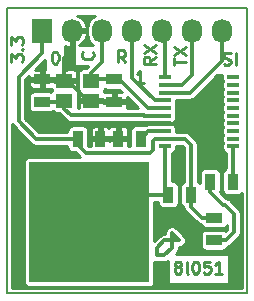
<source format=gtl>
G04 #@! TF.FileFunction,Copper,L1,Top,Signal*
%FSLAX46Y46*%
G04 Gerber Fmt 4.6, Leading zero omitted, Abs format (unit mm)*
G04 Created by KiCad (PCBNEW 4.0.7-e0-6372~58~ubuntu16.04.1) date Tue Sep 12 01:36:35 2017*
%MOMM*%
%LPD*%
G01*
G04 APERTURE LIST*
%ADD10C,0.100000*%
%ADD11C,0.254000*%
%ADD12C,0.150000*%
%ADD13R,1.397000X0.889000*%
%ADD14R,0.889000X1.397000*%
%ADD15R,1.397000X1.193800*%
%ADD16R,10.160000X10.160000*%
%ADD17R,1.727200X2.032000*%
%ADD18O,1.727200X2.032000*%
%ADD19R,1.000000X0.325000*%
%ADD20C,0.304800*%
G04 APERTURE END LIST*
D10*
D11*
X44953619Y-18064095D02*
X44953619Y-17483524D01*
X45969619Y-17773809D02*
X44953619Y-17773809D01*
X44953619Y-17241619D02*
X45969619Y-16564286D01*
X44953619Y-16564286D02*
X45969619Y-17241619D01*
X43399619Y-17349333D02*
X42915810Y-17687999D01*
X43399619Y-17929904D02*
X42383619Y-17929904D01*
X42383619Y-17542857D01*
X42432000Y-17446095D01*
X42480381Y-17397714D01*
X42577143Y-17349333D01*
X42722286Y-17349333D01*
X42819048Y-17397714D01*
X42867429Y-17446095D01*
X42915810Y-17542857D01*
X42915810Y-17929904D01*
X42383619Y-17010666D02*
X43399619Y-16333333D01*
X42383619Y-16333333D02*
X43399619Y-17010666D01*
X40824476Y-17839619D02*
X40485810Y-17355810D01*
X40243905Y-17839619D02*
X40243905Y-16823619D01*
X40630952Y-16823619D01*
X40727714Y-16872000D01*
X40776095Y-16920381D01*
X40824476Y-17017143D01*
X40824476Y-17162286D01*
X40776095Y-17259048D01*
X40727714Y-17307429D01*
X40630952Y-17355810D01*
X40243905Y-17355810D01*
X38052857Y-16955524D02*
X38101238Y-17003905D01*
X38149619Y-17149048D01*
X38149619Y-17245810D01*
X38101238Y-17390952D01*
X38004476Y-17487714D01*
X37907714Y-17536095D01*
X37714190Y-17584476D01*
X37569048Y-17584476D01*
X37375524Y-17536095D01*
X37278762Y-17487714D01*
X37182000Y-17390952D01*
X37133619Y-17245810D01*
X37133619Y-17149048D01*
X37182000Y-17003905D01*
X37230381Y-16955524D01*
D12*
X51120000Y-37355000D02*
X51120000Y-13225000D01*
X30800000Y-37355000D02*
X51120000Y-37355000D01*
X30800000Y-13225000D02*
X30800000Y-37355000D01*
X51120000Y-13225000D02*
X30800000Y-13225000D01*
D11*
X49147810Y-17981238D02*
X49292953Y-18029619D01*
X49534857Y-18029619D01*
X49631619Y-17981238D01*
X49680000Y-17932857D01*
X49728381Y-17836095D01*
X49728381Y-17739333D01*
X49680000Y-17642571D01*
X49631619Y-17594190D01*
X49534857Y-17545810D01*
X49341334Y-17497429D01*
X49244572Y-17449048D01*
X49196191Y-17400667D01*
X49147810Y-17303905D01*
X49147810Y-17207143D01*
X49196191Y-17110381D01*
X49244572Y-17062000D01*
X49341334Y-17013619D01*
X49583238Y-17013619D01*
X49728381Y-17062000D01*
X50163810Y-18029619D02*
X50163810Y-17013619D01*
X34831620Y-16913619D02*
X34928381Y-16913619D01*
X35025143Y-16962000D01*
X35073524Y-17010381D01*
X35121905Y-17107143D01*
X35170286Y-17300667D01*
X35170286Y-17542571D01*
X35121905Y-17736095D01*
X35073524Y-17832857D01*
X35025143Y-17881238D01*
X34928381Y-17929619D01*
X34831620Y-17929619D01*
X34734858Y-17881238D01*
X34686477Y-17832857D01*
X34638096Y-17736095D01*
X34589715Y-17542571D01*
X34589715Y-17300667D01*
X34638096Y-17107143D01*
X34686477Y-17010381D01*
X34734858Y-16962000D01*
X34831620Y-16913619D01*
X31143619Y-17774381D02*
X31143619Y-17145429D01*
X31530667Y-17484095D01*
X31530667Y-17338953D01*
X31579048Y-17242191D01*
X31627429Y-17193810D01*
X31724190Y-17145429D01*
X31966095Y-17145429D01*
X32062857Y-17193810D01*
X32111238Y-17242191D01*
X32159619Y-17338953D01*
X32159619Y-17629238D01*
X32111238Y-17726000D01*
X32062857Y-17774381D01*
X32062857Y-16710000D02*
X32111238Y-16661619D01*
X32159619Y-16710000D01*
X32111238Y-16758381D01*
X32062857Y-16710000D01*
X32159619Y-16710000D01*
X31143619Y-16322952D02*
X31143619Y-15694000D01*
X31530667Y-16032666D01*
X31530667Y-15887524D01*
X31579048Y-15790762D01*
X31627429Y-15742381D01*
X31724190Y-15694000D01*
X31966095Y-15694000D01*
X32062857Y-15742381D01*
X32111238Y-15790762D01*
X32159619Y-15887524D01*
X32159619Y-16177809D01*
X32111238Y-16274571D01*
X32062857Y-16322952D01*
X45185715Y-35129048D02*
X45088953Y-35080667D01*
X45040572Y-35032286D01*
X44992191Y-34935524D01*
X44992191Y-34887143D01*
X45040572Y-34790381D01*
X45088953Y-34742000D01*
X45185715Y-34693619D01*
X45379238Y-34693619D01*
X45476000Y-34742000D01*
X45524381Y-34790381D01*
X45572762Y-34887143D01*
X45572762Y-34935524D01*
X45524381Y-35032286D01*
X45476000Y-35080667D01*
X45379238Y-35129048D01*
X45185715Y-35129048D01*
X45088953Y-35177429D01*
X45040572Y-35225810D01*
X44992191Y-35322571D01*
X44992191Y-35516095D01*
X45040572Y-35612857D01*
X45088953Y-35661238D01*
X45185715Y-35709619D01*
X45379238Y-35709619D01*
X45476000Y-35661238D01*
X45524381Y-35612857D01*
X45572762Y-35516095D01*
X45572762Y-35322571D01*
X45524381Y-35225810D01*
X45476000Y-35177429D01*
X45379238Y-35129048D01*
X46153334Y-35709619D02*
X46056572Y-35661238D01*
X46008191Y-35564476D01*
X46008191Y-34693619D01*
X46733905Y-34693619D02*
X46830666Y-34693619D01*
X46927428Y-34742000D01*
X46975809Y-34790381D01*
X47024190Y-34887143D01*
X47072571Y-35080667D01*
X47072571Y-35322571D01*
X47024190Y-35516095D01*
X46975809Y-35612857D01*
X46927428Y-35661238D01*
X46830666Y-35709619D01*
X46733905Y-35709619D01*
X46637143Y-35661238D01*
X46588762Y-35612857D01*
X46540381Y-35516095D01*
X46492000Y-35322571D01*
X46492000Y-35080667D01*
X46540381Y-34887143D01*
X46588762Y-34790381D01*
X46637143Y-34742000D01*
X46733905Y-34693619D01*
X47991809Y-34693619D02*
X47508000Y-34693619D01*
X47459619Y-35177429D01*
X47508000Y-35129048D01*
X47604762Y-35080667D01*
X47846666Y-35080667D01*
X47943428Y-35129048D01*
X47991809Y-35177429D01*
X48040190Y-35274190D01*
X48040190Y-35516095D01*
X47991809Y-35612857D01*
X47943428Y-35661238D01*
X47846666Y-35709619D01*
X47604762Y-35709619D01*
X47508000Y-35661238D01*
X47459619Y-35612857D01*
X49007809Y-35709619D02*
X48427238Y-35709619D01*
X48717524Y-35709619D02*
X48717524Y-34693619D01*
X48620762Y-34838762D01*
X48524000Y-34935524D01*
X48427238Y-34983905D01*
X42380286Y-19549619D02*
X41799715Y-19549619D01*
X42090001Y-19549619D02*
X42090001Y-18533619D01*
X41993239Y-18678762D01*
X41896477Y-18775524D01*
X41799715Y-18823905D01*
D13*
X33770000Y-21172500D03*
X33770000Y-19267500D03*
X39900000Y-19257500D03*
X39900000Y-21162500D03*
D14*
X40227500Y-24280000D03*
X42132500Y-24280000D03*
X38712500Y-24310000D03*
X36807500Y-24310000D03*
D13*
X48360000Y-32882500D03*
X48360000Y-30977500D03*
D14*
X48007500Y-27920000D03*
X49912500Y-27920000D03*
X44467500Y-29030000D03*
X46372500Y-29030000D03*
D15*
X35670000Y-19370000D03*
X35670000Y-21071800D03*
X37956000Y-21071800D03*
X37956000Y-19370000D03*
D16*
X37760000Y-31330000D03*
D17*
X33770000Y-15170000D03*
D18*
X36310000Y-15170000D03*
X38850000Y-15170000D03*
X41390000Y-15170000D03*
X43930000Y-15170000D03*
X46470000Y-15170000D03*
X49010000Y-15170000D03*
D19*
X44170000Y-19105000D03*
X44170000Y-19755000D03*
X44170000Y-20405000D03*
X44170000Y-21055000D03*
X44170000Y-21705000D03*
X44170000Y-22355000D03*
X44170000Y-23005000D03*
X44170000Y-23655000D03*
X44170000Y-24305000D03*
X44170000Y-24955000D03*
X49970000Y-24955000D03*
X49970000Y-24305000D03*
X49970000Y-23655000D03*
X49970000Y-23005000D03*
X49970000Y-22355000D03*
X49970000Y-21705000D03*
X49970000Y-21055000D03*
X49970000Y-20405000D03*
X49970000Y-19755000D03*
X49970000Y-19105000D03*
D20*
X43500000Y-34180000D02*
X43500000Y-33545000D01*
X44135000Y-34180000D02*
X43500000Y-34180000D01*
X44770000Y-33545000D02*
X44135000Y-34180000D01*
X44770000Y-32910000D02*
X44770000Y-33545000D01*
X44135000Y-32910000D02*
X44770000Y-32910000D01*
X43500000Y-33545000D02*
X44135000Y-32910000D01*
X44770000Y-32910000D02*
X44770000Y-32275000D01*
X44770000Y-32275000D02*
X45405000Y-32910000D01*
X45405000Y-32910000D02*
X44770000Y-32910000D01*
X35670000Y-21071800D02*
X35670000Y-21760000D01*
X42419602Y-22355000D02*
X44170000Y-22355000D01*
X42384602Y-22320000D02*
X42419602Y-22355000D01*
X36230000Y-22320000D02*
X42384602Y-22320000D01*
X35670000Y-21760000D02*
X36230000Y-22320000D01*
X33770000Y-21172500D02*
X35569300Y-21172500D01*
X35569300Y-21172500D02*
X35670000Y-21071800D01*
X33770000Y-19267500D02*
X32922500Y-19267500D01*
X33255000Y-23005000D02*
X32930000Y-22680000D01*
X33255000Y-23005000D02*
X39140000Y-23005000D01*
X32460000Y-22210000D02*
X32930000Y-22680000D01*
X32460000Y-19730000D02*
X32460000Y-22210000D01*
X32922500Y-19267500D02*
X32460000Y-19730000D01*
X35670000Y-19370000D02*
X35670000Y-17440000D01*
X36310000Y-16800000D02*
X36310000Y-15170000D01*
X35670000Y-17440000D02*
X36310000Y-16800000D01*
X33770000Y-19267500D02*
X35567500Y-19267500D01*
X35567500Y-19267500D02*
X35670000Y-19370000D01*
X35670000Y-19370000D02*
X35940000Y-19370000D01*
X35940000Y-19370000D02*
X37641800Y-21071800D01*
X37641800Y-21071800D02*
X37956000Y-21071800D01*
X37956000Y-21071800D02*
X39809300Y-21071800D01*
X39809300Y-21071800D02*
X39900000Y-21162500D01*
X40272500Y-23005000D02*
X39140000Y-23005000D01*
X40415000Y-23005000D02*
X40272500Y-23005000D01*
X39140000Y-23005000D02*
X38985000Y-23005000D01*
X38985000Y-23005000D02*
X38712500Y-23277500D01*
X38712500Y-23277500D02*
X38712500Y-24310000D01*
X44170000Y-23005000D02*
X40415000Y-23005000D01*
X40227500Y-23192500D02*
X40227500Y-24280000D01*
X40415000Y-23005000D02*
X40227500Y-23192500D01*
X44170000Y-21705000D02*
X42715000Y-21705000D01*
X42715000Y-21705000D02*
X40267500Y-19257500D01*
X37956000Y-19370000D02*
X37956000Y-18694000D01*
X38850000Y-17800000D02*
X38850000Y-15170000D01*
X37956000Y-18694000D02*
X38850000Y-17800000D01*
X39900000Y-19257500D02*
X38068500Y-19257500D01*
X38068500Y-19257500D02*
X37956000Y-19370000D01*
X40267500Y-19257500D02*
X39900000Y-19257500D01*
X44170000Y-23655000D02*
X42757500Y-23655000D01*
X42757500Y-23655000D02*
X42132500Y-24280000D01*
X44170000Y-24305000D02*
X45885000Y-24305000D01*
X45885000Y-24305000D02*
X46372500Y-24792500D01*
X46372500Y-24792500D02*
X46372500Y-29030000D01*
X36807500Y-24827500D02*
X37500000Y-25520000D01*
X43305000Y-24305000D02*
X44170000Y-24305000D01*
X43140000Y-24470000D02*
X43305000Y-24305000D01*
X43140000Y-25260000D02*
X43140000Y-24470000D01*
X42880000Y-25520000D02*
X43140000Y-25260000D01*
X37500000Y-25520000D02*
X42880000Y-25520000D01*
X33770000Y-15170000D02*
X33770000Y-17050000D01*
X33260000Y-24310000D02*
X36807500Y-24310000D01*
X31780000Y-22830000D02*
X33260000Y-24310000D01*
X31780000Y-19040000D02*
X31780000Y-22830000D01*
X33770000Y-17050000D02*
X31780000Y-19040000D01*
X46372500Y-29030000D02*
X46372500Y-30072500D01*
X46372500Y-30072500D02*
X47277500Y-30977500D01*
X47277500Y-30977500D02*
X48360000Y-30977500D01*
X36807500Y-24310000D02*
X36807500Y-24827500D01*
X48007500Y-27920000D02*
X48007500Y-28827500D01*
X49337500Y-32882500D02*
X48360000Y-32882500D01*
X50030000Y-32190000D02*
X49337500Y-32882500D01*
X50030000Y-30630000D02*
X50030000Y-32190000D01*
X49300000Y-29900000D02*
X50030000Y-30630000D01*
X49080000Y-29900000D02*
X49300000Y-29900000D01*
X48007500Y-28827500D02*
X49080000Y-29900000D01*
X44170000Y-21055000D02*
X43305000Y-21055000D01*
X41390000Y-19140000D02*
X41390000Y-15170000D01*
X43305000Y-21055000D02*
X41390000Y-19140000D01*
X44170000Y-19105000D02*
X44170000Y-15410000D01*
X44170000Y-15410000D02*
X43930000Y-15170000D01*
X43830000Y-15270000D02*
X43930000Y-15170000D01*
X44170000Y-19755000D02*
X45615000Y-19755000D01*
X46470000Y-18900000D02*
X46470000Y-15170000D01*
X45615000Y-19755000D02*
X46470000Y-18900000D01*
X49912500Y-27920000D02*
X49912500Y-25012500D01*
X49912500Y-25012500D02*
X49970000Y-24955000D01*
X44467500Y-29030000D02*
X40060000Y-29030000D01*
X40060000Y-29030000D02*
X37760000Y-31330000D01*
X44170000Y-24955000D02*
X44170000Y-28732500D01*
X44170000Y-28732500D02*
X44467500Y-29030000D01*
X44170000Y-20405000D02*
X46285000Y-20405000D01*
X46285000Y-20405000D02*
X49010000Y-17680000D01*
X49010000Y-17680000D02*
X49010000Y-15170000D01*
D11*
G36*
X37934014Y-14073250D02*
X37653206Y-14493508D01*
X37554600Y-14989236D01*
X37554600Y-15350764D01*
X37653206Y-15846492D01*
X37934014Y-16266750D01*
X38105001Y-16381000D01*
X36927395Y-16381000D01*
X37062867Y-16315419D01*
X37385570Y-15951720D01*
X37544527Y-15492213D01*
X37460643Y-15297000D01*
X36437000Y-15297000D01*
X36437000Y-16464712D01*
X36470800Y-16475388D01*
X36470800Y-18159000D01*
X37664816Y-18159000D01*
X37542908Y-18280908D01*
X37508208Y-18332841D01*
X37257500Y-18332841D01*
X37097485Y-18362950D01*
X36950520Y-18457519D01*
X36851927Y-18601815D01*
X36817241Y-18773100D01*
X36817241Y-19966900D01*
X36847350Y-20126915D01*
X36933679Y-20261074D01*
X36876500Y-20399115D01*
X36876500Y-20849550D01*
X36971750Y-20944800D01*
X37829000Y-20944800D01*
X37829000Y-20924800D01*
X38083000Y-20924800D01*
X38083000Y-20944800D01*
X38825050Y-20944800D01*
X38915750Y-21035500D01*
X39773000Y-21035500D01*
X39773000Y-20432250D01*
X39677750Y-20337000D01*
X39125715Y-20337000D01*
X39026751Y-20377992D01*
X38977496Y-20259081D01*
X38977480Y-20259065D01*
X39060073Y-20138185D01*
X39064852Y-20114587D01*
X39201500Y-20142259D01*
X40326075Y-20142259D01*
X40520816Y-20337000D01*
X40122250Y-20337000D01*
X40027000Y-20432250D01*
X40027000Y-21035500D01*
X40884250Y-21035500D01*
X40979500Y-20940250D01*
X40979500Y-20795684D01*
X41919616Y-21735800D01*
X40957541Y-21735800D01*
X40979500Y-21682786D01*
X40979500Y-21384750D01*
X40884250Y-21289500D01*
X40027000Y-21289500D01*
X40027000Y-21309500D01*
X39773000Y-21309500D01*
X39773000Y-21289500D01*
X39030950Y-21289500D01*
X38940250Y-21198800D01*
X38083000Y-21198800D01*
X38083000Y-21218800D01*
X37829000Y-21218800D01*
X37829000Y-21198800D01*
X36971750Y-21198800D01*
X36876500Y-21294050D01*
X36876500Y-21735800D01*
X36795171Y-21735800D01*
X36808759Y-21668700D01*
X36808759Y-20474900D01*
X36778650Y-20314885D01*
X36692321Y-20180726D01*
X36749500Y-20042685D01*
X36749500Y-19592250D01*
X36654250Y-19497000D01*
X35797000Y-19497000D01*
X35797000Y-19517000D01*
X35543000Y-19517000D01*
X35543000Y-19497000D01*
X34849500Y-19497000D01*
X34849500Y-19489750D01*
X34754250Y-19394500D01*
X33897000Y-19394500D01*
X33897000Y-19997750D01*
X33992250Y-20093000D01*
X34544285Y-20093000D01*
X34601521Y-20069292D01*
X34648504Y-20182719D01*
X34648520Y-20182735D01*
X34565927Y-20303615D01*
X34565177Y-20307319D01*
X34468500Y-20287741D01*
X33071500Y-20287741D01*
X32911485Y-20317850D01*
X32764520Y-20412419D01*
X32665927Y-20556715D01*
X32631241Y-20728000D01*
X32631241Y-21617000D01*
X32661350Y-21777015D01*
X32755919Y-21923980D01*
X32900215Y-22022573D01*
X33071500Y-22057259D01*
X34468500Y-22057259D01*
X34628515Y-22027150D01*
X34681422Y-21993105D01*
X34800215Y-22074273D01*
X34971500Y-22108959D01*
X35214056Y-22108959D01*
X35229075Y-22131437D01*
X35256908Y-22173092D01*
X35816906Y-22733089D01*
X35816908Y-22733092D01*
X35943547Y-22817709D01*
X36006437Y-22859731D01*
X36230000Y-22904201D01*
X36230005Y-22904200D01*
X42243647Y-22904200D01*
X42419602Y-22939200D01*
X43578353Y-22939200D01*
X43670000Y-22957759D01*
X44670000Y-22957759D01*
X44830015Y-22927650D01*
X44836076Y-22923750D01*
X44955750Y-22923750D01*
X45051000Y-22828500D01*
X45051000Y-22766715D01*
X45040178Y-22740588D01*
X45075573Y-22688785D01*
X45110259Y-22517500D01*
X45110259Y-22192500D01*
X45080150Y-22032485D01*
X45077639Y-22028583D01*
X45110259Y-21867500D01*
X45110259Y-21542500D01*
X45080150Y-21382485D01*
X45077639Y-21378583D01*
X45110259Y-21217500D01*
X45110259Y-20989200D01*
X46285000Y-20989200D01*
X46508564Y-20944730D01*
X46698092Y-20818092D01*
X48625384Y-18890800D01*
X49040210Y-18890800D01*
X49029741Y-18942500D01*
X49029741Y-19267500D01*
X49059850Y-19427515D01*
X49062361Y-19431417D01*
X49029741Y-19592500D01*
X49029741Y-19917500D01*
X49059850Y-20077515D01*
X49062361Y-20081417D01*
X49029741Y-20242500D01*
X49029741Y-20567500D01*
X49059850Y-20727515D01*
X49062361Y-20731417D01*
X49029741Y-20892500D01*
X49029741Y-21217500D01*
X49059850Y-21377515D01*
X49062361Y-21381417D01*
X49029741Y-21542500D01*
X49029741Y-21867500D01*
X49059850Y-22027515D01*
X49062361Y-22031417D01*
X49029741Y-22192500D01*
X49029741Y-22517500D01*
X49059850Y-22677515D01*
X49062361Y-22681417D01*
X49029741Y-22842500D01*
X49029741Y-23167500D01*
X49059850Y-23327515D01*
X49062361Y-23331417D01*
X49029741Y-23492500D01*
X49029741Y-23817500D01*
X49059850Y-23977515D01*
X49062361Y-23981417D01*
X49029741Y-24142500D01*
X49029741Y-24467500D01*
X49059850Y-24627515D01*
X49062361Y-24631417D01*
X49029741Y-24792500D01*
X49029741Y-25117500D01*
X49059850Y-25277515D01*
X49154419Y-25424480D01*
X49298715Y-25523073D01*
X49328300Y-25529064D01*
X49328300Y-26807527D01*
X49307985Y-26811350D01*
X49161020Y-26905919D01*
X49062427Y-27050215D01*
X49027741Y-27221500D01*
X49027741Y-28618500D01*
X49057850Y-28778515D01*
X49152419Y-28925480D01*
X49296715Y-29024073D01*
X49468000Y-29058759D01*
X50357000Y-29058759D01*
X50517015Y-29028650D01*
X50663980Y-28934081D01*
X50664000Y-28934052D01*
X50664000Y-36899000D01*
X31256000Y-36899000D01*
X31256000Y-23077106D01*
X31318899Y-23171241D01*
X31366908Y-23243092D01*
X32846908Y-24723092D01*
X33036436Y-24849730D01*
X33260000Y-24894200D01*
X35922741Y-24894200D01*
X35922741Y-25008500D01*
X35952850Y-25168515D01*
X36047419Y-25315480D01*
X36191715Y-25414073D01*
X36363000Y-25448759D01*
X36602575Y-25448759D01*
X36963557Y-25809741D01*
X32680000Y-25809741D01*
X32519985Y-25839850D01*
X32373020Y-25934419D01*
X32274427Y-26078715D01*
X32239741Y-26250000D01*
X32239741Y-36410000D01*
X32269850Y-36570015D01*
X32364419Y-36716980D01*
X32508715Y-36815573D01*
X32680000Y-36850259D01*
X42840000Y-36850259D01*
X43000015Y-36820150D01*
X43146980Y-36725581D01*
X43245573Y-36581285D01*
X43280259Y-36410000D01*
X43280259Y-34720490D01*
X43500000Y-34764200D01*
X44135000Y-34764200D01*
X44358564Y-34719730D01*
X44417667Y-34680239D01*
X44417667Y-36570800D01*
X49582333Y-36570800D01*
X49582333Y-34030800D01*
X45110384Y-34030800D01*
X45183092Y-33958092D01*
X45309731Y-33768563D01*
X45354201Y-33545000D01*
X45354200Y-33544995D01*
X45354200Y-33494200D01*
X45404995Y-33494200D01*
X45405000Y-33494201D01*
X45628563Y-33449731D01*
X45818092Y-33323092D01*
X45944731Y-33133563D01*
X45989201Y-32910000D01*
X45944731Y-32686437D01*
X45818092Y-32496908D01*
X45183092Y-31861908D01*
X45131706Y-31827573D01*
X44993564Y-31735270D01*
X44770000Y-31690800D01*
X44546436Y-31735270D01*
X44356908Y-31861908D01*
X44230270Y-32051436D01*
X44185800Y-32275000D01*
X44185800Y-32325800D01*
X44135005Y-32325800D01*
X44135000Y-32325799D01*
X43911437Y-32370269D01*
X43721908Y-32496908D01*
X43280259Y-32938557D01*
X43280259Y-29614200D01*
X43582741Y-29614200D01*
X43582741Y-29728500D01*
X43612850Y-29888515D01*
X43707419Y-30035480D01*
X43851715Y-30134073D01*
X44023000Y-30168759D01*
X44912000Y-30168759D01*
X45072015Y-30138650D01*
X45218980Y-30044081D01*
X45317573Y-29899785D01*
X45352259Y-29728500D01*
X45352259Y-28331500D01*
X45322150Y-28171485D01*
X45227581Y-28024520D01*
X45083285Y-27925927D01*
X44912000Y-27891241D01*
X44754200Y-27891241D01*
X44754200Y-25541916D01*
X44830015Y-25527650D01*
X44976980Y-25433081D01*
X45075573Y-25288785D01*
X45110259Y-25117500D01*
X45110259Y-24889200D01*
X45643016Y-24889200D01*
X45788300Y-25034484D01*
X45788300Y-27917527D01*
X45767985Y-27921350D01*
X45621020Y-28015919D01*
X45522427Y-28160215D01*
X45487741Y-28331500D01*
X45487741Y-29728500D01*
X45517850Y-29888515D01*
X45612419Y-30035480D01*
X45756715Y-30134073D01*
X45802387Y-30143322D01*
X45832770Y-30296064D01*
X45884167Y-30372985D01*
X45959408Y-30485592D01*
X46864408Y-31390592D01*
X47053936Y-31517230D01*
X47246362Y-31555506D01*
X47251350Y-31582015D01*
X47345919Y-31728980D01*
X47490215Y-31827573D01*
X47661500Y-31862259D01*
X49058500Y-31862259D01*
X49218515Y-31832150D01*
X49365480Y-31737581D01*
X49445800Y-31620028D01*
X49445800Y-31948016D01*
X49307969Y-32085847D01*
X49229785Y-32032427D01*
X49058500Y-31997741D01*
X47661500Y-31997741D01*
X47501485Y-32027850D01*
X47354520Y-32122419D01*
X47255927Y-32266715D01*
X47221241Y-32438000D01*
X47221241Y-33327000D01*
X47251350Y-33487015D01*
X47345919Y-33633980D01*
X47490215Y-33732573D01*
X47661500Y-33767259D01*
X49058500Y-33767259D01*
X49218515Y-33737150D01*
X49365480Y-33642581D01*
X49464073Y-33498285D01*
X49476050Y-33439140D01*
X49561064Y-33422230D01*
X49750592Y-33295592D01*
X50443092Y-32603092D01*
X50569730Y-32413564D01*
X50614200Y-32190000D01*
X50614200Y-30630000D01*
X50569730Y-30406436D01*
X50443092Y-30216908D01*
X49713092Y-29486908D01*
X49647516Y-29443092D01*
X49523564Y-29360270D01*
X49327443Y-29321259D01*
X48832567Y-28826383D01*
X48857573Y-28789785D01*
X48892259Y-28618500D01*
X48892259Y-27221500D01*
X48862150Y-27061485D01*
X48767581Y-26914520D01*
X48623285Y-26815927D01*
X48452000Y-26781241D01*
X47563000Y-26781241D01*
X47402985Y-26811350D01*
X47256020Y-26905919D01*
X47157427Y-27050215D01*
X47122741Y-27221500D01*
X47122741Y-28017797D01*
X46988285Y-27925927D01*
X46956700Y-27919531D01*
X46956700Y-24792500D01*
X46912230Y-24568936D01*
X46785592Y-24379408D01*
X46298092Y-23891908D01*
X46278120Y-23878563D01*
X46108564Y-23765270D01*
X45885000Y-23720800D01*
X45110259Y-23720800D01*
X45110259Y-23492500D01*
X45080150Y-23332485D01*
X45039937Y-23269993D01*
X45051000Y-23243285D01*
X45051000Y-23181500D01*
X44955750Y-23086250D01*
X44837942Y-23086250D01*
X44670000Y-23052241D01*
X43670000Y-23052241D01*
X43571368Y-23070800D01*
X42757500Y-23070800D01*
X42533936Y-23115270D01*
X42495067Y-23141241D01*
X41688000Y-23141241D01*
X41527985Y-23171350D01*
X41381020Y-23265919D01*
X41282427Y-23410215D01*
X41247741Y-23581500D01*
X41247741Y-24935800D01*
X41053000Y-24935800D01*
X41053000Y-24502250D01*
X40957750Y-24407000D01*
X40354500Y-24407000D01*
X40354500Y-24427000D01*
X40100500Y-24427000D01*
X40100500Y-24407000D01*
X39497250Y-24407000D01*
X39455000Y-24449250D01*
X39442750Y-24437000D01*
X38839500Y-24437000D01*
X38839500Y-24457000D01*
X38585500Y-24457000D01*
X38585500Y-24437000D01*
X37982250Y-24437000D01*
X37887000Y-24532250D01*
X37887000Y-24935800D01*
X37741984Y-24935800D01*
X37692259Y-24886075D01*
X37692259Y-23611500D01*
X37678000Y-23535715D01*
X37887000Y-23535715D01*
X37887000Y-24087750D01*
X37982250Y-24183000D01*
X38585500Y-24183000D01*
X38585500Y-23325750D01*
X38839500Y-23325750D01*
X38839500Y-24183000D01*
X39442750Y-24183000D01*
X39485000Y-24140750D01*
X39497250Y-24153000D01*
X40100500Y-24153000D01*
X40100500Y-23295750D01*
X40354500Y-23295750D01*
X40354500Y-24153000D01*
X40957750Y-24153000D01*
X41053000Y-24057750D01*
X41053000Y-23505715D01*
X40994996Y-23365681D01*
X40887820Y-23258504D01*
X40747786Y-23200500D01*
X40449750Y-23200500D01*
X40354500Y-23295750D01*
X40100500Y-23295750D01*
X40005250Y-23200500D01*
X39707214Y-23200500D01*
X39567180Y-23258504D01*
X39460004Y-23365681D01*
X39457073Y-23372758D01*
X39372820Y-23288504D01*
X39232786Y-23230500D01*
X38934750Y-23230500D01*
X38839500Y-23325750D01*
X38585500Y-23325750D01*
X38490250Y-23230500D01*
X38192214Y-23230500D01*
X38052180Y-23288504D01*
X37945004Y-23395681D01*
X37887000Y-23535715D01*
X37678000Y-23535715D01*
X37662150Y-23451485D01*
X37567581Y-23304520D01*
X37423285Y-23205927D01*
X37252000Y-23171241D01*
X36363000Y-23171241D01*
X36202985Y-23201350D01*
X36056020Y-23295919D01*
X35957427Y-23440215D01*
X35922741Y-23611500D01*
X35922741Y-23725800D01*
X33501984Y-23725800D01*
X32364200Y-22588016D01*
X32364200Y-19489750D01*
X32690500Y-19489750D01*
X32690500Y-19787786D01*
X32748504Y-19927820D01*
X32855681Y-20034996D01*
X32995715Y-20093000D01*
X33547750Y-20093000D01*
X33643000Y-19997750D01*
X33643000Y-19394500D01*
X32785750Y-19394500D01*
X32690500Y-19489750D01*
X32364200Y-19489750D01*
X32364200Y-19281984D01*
X32690500Y-18955684D01*
X32690500Y-19045250D01*
X32785750Y-19140500D01*
X33643000Y-19140500D01*
X33643000Y-18537250D01*
X33547750Y-18442000D01*
X33204184Y-18442000D01*
X34015191Y-17630993D01*
X34015191Y-18442000D01*
X33992250Y-18442000D01*
X33897000Y-18537250D01*
X33897000Y-19140500D01*
X34590500Y-19140500D01*
X34590500Y-19147750D01*
X34685750Y-19243000D01*
X35543000Y-19243000D01*
X35543000Y-19223000D01*
X35797000Y-19223000D01*
X35797000Y-19243000D01*
X36654250Y-19243000D01*
X36749500Y-19147750D01*
X36749500Y-18697315D01*
X36691496Y-18557281D01*
X36584320Y-18450104D01*
X36444286Y-18392100D01*
X35892250Y-18392100D01*
X35797002Y-18487348D01*
X35797002Y-18392100D01*
X35744810Y-18392100D01*
X35744810Y-16406272D01*
X35990882Y-16525393D01*
X36183000Y-16464712D01*
X36183000Y-15297000D01*
X36163000Y-15297000D01*
X36163000Y-15043000D01*
X36183000Y-15043000D01*
X36183000Y-15023000D01*
X36437000Y-15023000D01*
X36437000Y-15043000D01*
X37460643Y-15043000D01*
X37544527Y-14847787D01*
X37385570Y-14388280D01*
X37062867Y-14024581D01*
X36758005Y-13877000D01*
X38227722Y-13877000D01*
X37934014Y-14073250D01*
X37934014Y-14073250D01*
G37*
X37934014Y-14073250D02*
X37653206Y-14493508D01*
X37554600Y-14989236D01*
X37554600Y-15350764D01*
X37653206Y-15846492D01*
X37934014Y-16266750D01*
X38105001Y-16381000D01*
X36927395Y-16381000D01*
X37062867Y-16315419D01*
X37385570Y-15951720D01*
X37544527Y-15492213D01*
X37460643Y-15297000D01*
X36437000Y-15297000D01*
X36437000Y-16464712D01*
X36470800Y-16475388D01*
X36470800Y-18159000D01*
X37664816Y-18159000D01*
X37542908Y-18280908D01*
X37508208Y-18332841D01*
X37257500Y-18332841D01*
X37097485Y-18362950D01*
X36950520Y-18457519D01*
X36851927Y-18601815D01*
X36817241Y-18773100D01*
X36817241Y-19966900D01*
X36847350Y-20126915D01*
X36933679Y-20261074D01*
X36876500Y-20399115D01*
X36876500Y-20849550D01*
X36971750Y-20944800D01*
X37829000Y-20944800D01*
X37829000Y-20924800D01*
X38083000Y-20924800D01*
X38083000Y-20944800D01*
X38825050Y-20944800D01*
X38915750Y-21035500D01*
X39773000Y-21035500D01*
X39773000Y-20432250D01*
X39677750Y-20337000D01*
X39125715Y-20337000D01*
X39026751Y-20377992D01*
X38977496Y-20259081D01*
X38977480Y-20259065D01*
X39060073Y-20138185D01*
X39064852Y-20114587D01*
X39201500Y-20142259D01*
X40326075Y-20142259D01*
X40520816Y-20337000D01*
X40122250Y-20337000D01*
X40027000Y-20432250D01*
X40027000Y-21035500D01*
X40884250Y-21035500D01*
X40979500Y-20940250D01*
X40979500Y-20795684D01*
X41919616Y-21735800D01*
X40957541Y-21735800D01*
X40979500Y-21682786D01*
X40979500Y-21384750D01*
X40884250Y-21289500D01*
X40027000Y-21289500D01*
X40027000Y-21309500D01*
X39773000Y-21309500D01*
X39773000Y-21289500D01*
X39030950Y-21289500D01*
X38940250Y-21198800D01*
X38083000Y-21198800D01*
X38083000Y-21218800D01*
X37829000Y-21218800D01*
X37829000Y-21198800D01*
X36971750Y-21198800D01*
X36876500Y-21294050D01*
X36876500Y-21735800D01*
X36795171Y-21735800D01*
X36808759Y-21668700D01*
X36808759Y-20474900D01*
X36778650Y-20314885D01*
X36692321Y-20180726D01*
X36749500Y-20042685D01*
X36749500Y-19592250D01*
X36654250Y-19497000D01*
X35797000Y-19497000D01*
X35797000Y-19517000D01*
X35543000Y-19517000D01*
X35543000Y-19497000D01*
X34849500Y-19497000D01*
X34849500Y-19489750D01*
X34754250Y-19394500D01*
X33897000Y-19394500D01*
X33897000Y-19997750D01*
X33992250Y-20093000D01*
X34544285Y-20093000D01*
X34601521Y-20069292D01*
X34648504Y-20182719D01*
X34648520Y-20182735D01*
X34565927Y-20303615D01*
X34565177Y-20307319D01*
X34468500Y-20287741D01*
X33071500Y-20287741D01*
X32911485Y-20317850D01*
X32764520Y-20412419D01*
X32665927Y-20556715D01*
X32631241Y-20728000D01*
X32631241Y-21617000D01*
X32661350Y-21777015D01*
X32755919Y-21923980D01*
X32900215Y-22022573D01*
X33071500Y-22057259D01*
X34468500Y-22057259D01*
X34628515Y-22027150D01*
X34681422Y-21993105D01*
X34800215Y-22074273D01*
X34971500Y-22108959D01*
X35214056Y-22108959D01*
X35229075Y-22131437D01*
X35256908Y-22173092D01*
X35816906Y-22733089D01*
X35816908Y-22733092D01*
X35943547Y-22817709D01*
X36006437Y-22859731D01*
X36230000Y-22904201D01*
X36230005Y-22904200D01*
X42243647Y-22904200D01*
X42419602Y-22939200D01*
X43578353Y-22939200D01*
X43670000Y-22957759D01*
X44670000Y-22957759D01*
X44830015Y-22927650D01*
X44836076Y-22923750D01*
X44955750Y-22923750D01*
X45051000Y-22828500D01*
X45051000Y-22766715D01*
X45040178Y-22740588D01*
X45075573Y-22688785D01*
X45110259Y-22517500D01*
X45110259Y-22192500D01*
X45080150Y-22032485D01*
X45077639Y-22028583D01*
X45110259Y-21867500D01*
X45110259Y-21542500D01*
X45080150Y-21382485D01*
X45077639Y-21378583D01*
X45110259Y-21217500D01*
X45110259Y-20989200D01*
X46285000Y-20989200D01*
X46508564Y-20944730D01*
X46698092Y-20818092D01*
X48625384Y-18890800D01*
X49040210Y-18890800D01*
X49029741Y-18942500D01*
X49029741Y-19267500D01*
X49059850Y-19427515D01*
X49062361Y-19431417D01*
X49029741Y-19592500D01*
X49029741Y-19917500D01*
X49059850Y-20077515D01*
X49062361Y-20081417D01*
X49029741Y-20242500D01*
X49029741Y-20567500D01*
X49059850Y-20727515D01*
X49062361Y-20731417D01*
X49029741Y-20892500D01*
X49029741Y-21217500D01*
X49059850Y-21377515D01*
X49062361Y-21381417D01*
X49029741Y-21542500D01*
X49029741Y-21867500D01*
X49059850Y-22027515D01*
X49062361Y-22031417D01*
X49029741Y-22192500D01*
X49029741Y-22517500D01*
X49059850Y-22677515D01*
X49062361Y-22681417D01*
X49029741Y-22842500D01*
X49029741Y-23167500D01*
X49059850Y-23327515D01*
X49062361Y-23331417D01*
X49029741Y-23492500D01*
X49029741Y-23817500D01*
X49059850Y-23977515D01*
X49062361Y-23981417D01*
X49029741Y-24142500D01*
X49029741Y-24467500D01*
X49059850Y-24627515D01*
X49062361Y-24631417D01*
X49029741Y-24792500D01*
X49029741Y-25117500D01*
X49059850Y-25277515D01*
X49154419Y-25424480D01*
X49298715Y-25523073D01*
X49328300Y-25529064D01*
X49328300Y-26807527D01*
X49307985Y-26811350D01*
X49161020Y-26905919D01*
X49062427Y-27050215D01*
X49027741Y-27221500D01*
X49027741Y-28618500D01*
X49057850Y-28778515D01*
X49152419Y-28925480D01*
X49296715Y-29024073D01*
X49468000Y-29058759D01*
X50357000Y-29058759D01*
X50517015Y-29028650D01*
X50663980Y-28934081D01*
X50664000Y-28934052D01*
X50664000Y-36899000D01*
X31256000Y-36899000D01*
X31256000Y-23077106D01*
X31318899Y-23171241D01*
X31366908Y-23243092D01*
X32846908Y-24723092D01*
X33036436Y-24849730D01*
X33260000Y-24894200D01*
X35922741Y-24894200D01*
X35922741Y-25008500D01*
X35952850Y-25168515D01*
X36047419Y-25315480D01*
X36191715Y-25414073D01*
X36363000Y-25448759D01*
X36602575Y-25448759D01*
X36963557Y-25809741D01*
X32680000Y-25809741D01*
X32519985Y-25839850D01*
X32373020Y-25934419D01*
X32274427Y-26078715D01*
X32239741Y-26250000D01*
X32239741Y-36410000D01*
X32269850Y-36570015D01*
X32364419Y-36716980D01*
X32508715Y-36815573D01*
X32680000Y-36850259D01*
X42840000Y-36850259D01*
X43000015Y-36820150D01*
X43146980Y-36725581D01*
X43245573Y-36581285D01*
X43280259Y-36410000D01*
X43280259Y-34720490D01*
X43500000Y-34764200D01*
X44135000Y-34764200D01*
X44358564Y-34719730D01*
X44417667Y-34680239D01*
X44417667Y-36570800D01*
X49582333Y-36570800D01*
X49582333Y-34030800D01*
X45110384Y-34030800D01*
X45183092Y-33958092D01*
X45309731Y-33768563D01*
X45354201Y-33545000D01*
X45354200Y-33544995D01*
X45354200Y-33494200D01*
X45404995Y-33494200D01*
X45405000Y-33494201D01*
X45628563Y-33449731D01*
X45818092Y-33323092D01*
X45944731Y-33133563D01*
X45989201Y-32910000D01*
X45944731Y-32686437D01*
X45818092Y-32496908D01*
X45183092Y-31861908D01*
X45131706Y-31827573D01*
X44993564Y-31735270D01*
X44770000Y-31690800D01*
X44546436Y-31735270D01*
X44356908Y-31861908D01*
X44230270Y-32051436D01*
X44185800Y-32275000D01*
X44185800Y-32325800D01*
X44135005Y-32325800D01*
X44135000Y-32325799D01*
X43911437Y-32370269D01*
X43721908Y-32496908D01*
X43280259Y-32938557D01*
X43280259Y-29614200D01*
X43582741Y-29614200D01*
X43582741Y-29728500D01*
X43612850Y-29888515D01*
X43707419Y-30035480D01*
X43851715Y-30134073D01*
X44023000Y-30168759D01*
X44912000Y-30168759D01*
X45072015Y-30138650D01*
X45218980Y-30044081D01*
X45317573Y-29899785D01*
X45352259Y-29728500D01*
X45352259Y-28331500D01*
X45322150Y-28171485D01*
X45227581Y-28024520D01*
X45083285Y-27925927D01*
X44912000Y-27891241D01*
X44754200Y-27891241D01*
X44754200Y-25541916D01*
X44830015Y-25527650D01*
X44976980Y-25433081D01*
X45075573Y-25288785D01*
X45110259Y-25117500D01*
X45110259Y-24889200D01*
X45643016Y-24889200D01*
X45788300Y-25034484D01*
X45788300Y-27917527D01*
X45767985Y-27921350D01*
X45621020Y-28015919D01*
X45522427Y-28160215D01*
X45487741Y-28331500D01*
X45487741Y-29728500D01*
X45517850Y-29888515D01*
X45612419Y-30035480D01*
X45756715Y-30134073D01*
X45802387Y-30143322D01*
X45832770Y-30296064D01*
X45884167Y-30372985D01*
X45959408Y-30485592D01*
X46864408Y-31390592D01*
X47053936Y-31517230D01*
X47246362Y-31555506D01*
X47251350Y-31582015D01*
X47345919Y-31728980D01*
X47490215Y-31827573D01*
X47661500Y-31862259D01*
X49058500Y-31862259D01*
X49218515Y-31832150D01*
X49365480Y-31737581D01*
X49445800Y-31620028D01*
X49445800Y-31948016D01*
X49307969Y-32085847D01*
X49229785Y-32032427D01*
X49058500Y-31997741D01*
X47661500Y-31997741D01*
X47501485Y-32027850D01*
X47354520Y-32122419D01*
X47255927Y-32266715D01*
X47221241Y-32438000D01*
X47221241Y-33327000D01*
X47251350Y-33487015D01*
X47345919Y-33633980D01*
X47490215Y-33732573D01*
X47661500Y-33767259D01*
X49058500Y-33767259D01*
X49218515Y-33737150D01*
X49365480Y-33642581D01*
X49464073Y-33498285D01*
X49476050Y-33439140D01*
X49561064Y-33422230D01*
X49750592Y-33295592D01*
X50443092Y-32603092D01*
X50569730Y-32413564D01*
X50614200Y-32190000D01*
X50614200Y-30630000D01*
X50569730Y-30406436D01*
X50443092Y-30216908D01*
X49713092Y-29486908D01*
X49647516Y-29443092D01*
X49523564Y-29360270D01*
X49327443Y-29321259D01*
X48832567Y-28826383D01*
X48857573Y-28789785D01*
X48892259Y-28618500D01*
X48892259Y-27221500D01*
X48862150Y-27061485D01*
X48767581Y-26914520D01*
X48623285Y-26815927D01*
X48452000Y-26781241D01*
X47563000Y-26781241D01*
X47402985Y-26811350D01*
X47256020Y-26905919D01*
X47157427Y-27050215D01*
X47122741Y-27221500D01*
X47122741Y-28017797D01*
X46988285Y-27925927D01*
X46956700Y-27919531D01*
X46956700Y-24792500D01*
X46912230Y-24568936D01*
X46785592Y-24379408D01*
X46298092Y-23891908D01*
X46278120Y-23878563D01*
X46108564Y-23765270D01*
X45885000Y-23720800D01*
X45110259Y-23720800D01*
X45110259Y-23492500D01*
X45080150Y-23332485D01*
X45039937Y-23269993D01*
X45051000Y-23243285D01*
X45051000Y-23181500D01*
X44955750Y-23086250D01*
X44837942Y-23086250D01*
X44670000Y-23052241D01*
X43670000Y-23052241D01*
X43571368Y-23070800D01*
X42757500Y-23070800D01*
X42533936Y-23115270D01*
X42495067Y-23141241D01*
X41688000Y-23141241D01*
X41527985Y-23171350D01*
X41381020Y-23265919D01*
X41282427Y-23410215D01*
X41247741Y-23581500D01*
X41247741Y-24935800D01*
X41053000Y-24935800D01*
X41053000Y-24502250D01*
X40957750Y-24407000D01*
X40354500Y-24407000D01*
X40354500Y-24427000D01*
X40100500Y-24427000D01*
X40100500Y-24407000D01*
X39497250Y-24407000D01*
X39455000Y-24449250D01*
X39442750Y-24437000D01*
X38839500Y-24437000D01*
X38839500Y-24457000D01*
X38585500Y-24457000D01*
X38585500Y-24437000D01*
X37982250Y-24437000D01*
X37887000Y-24532250D01*
X37887000Y-24935800D01*
X37741984Y-24935800D01*
X37692259Y-24886075D01*
X37692259Y-23611500D01*
X37678000Y-23535715D01*
X37887000Y-23535715D01*
X37887000Y-24087750D01*
X37982250Y-24183000D01*
X38585500Y-24183000D01*
X38585500Y-23325750D01*
X38839500Y-23325750D01*
X38839500Y-24183000D01*
X39442750Y-24183000D01*
X39485000Y-24140750D01*
X39497250Y-24153000D01*
X40100500Y-24153000D01*
X40100500Y-23295750D01*
X40354500Y-23295750D01*
X40354500Y-24153000D01*
X40957750Y-24153000D01*
X41053000Y-24057750D01*
X41053000Y-23505715D01*
X40994996Y-23365681D01*
X40887820Y-23258504D01*
X40747786Y-23200500D01*
X40449750Y-23200500D01*
X40354500Y-23295750D01*
X40100500Y-23295750D01*
X40005250Y-23200500D01*
X39707214Y-23200500D01*
X39567180Y-23258504D01*
X39460004Y-23365681D01*
X39457073Y-23372758D01*
X39372820Y-23288504D01*
X39232786Y-23230500D01*
X38934750Y-23230500D01*
X38839500Y-23325750D01*
X38585500Y-23325750D01*
X38490250Y-23230500D01*
X38192214Y-23230500D01*
X38052180Y-23288504D01*
X37945004Y-23395681D01*
X37887000Y-23535715D01*
X37678000Y-23535715D01*
X37662150Y-23451485D01*
X37567581Y-23304520D01*
X37423285Y-23205927D01*
X37252000Y-23171241D01*
X36363000Y-23171241D01*
X36202985Y-23201350D01*
X36056020Y-23295919D01*
X35957427Y-23440215D01*
X35922741Y-23611500D01*
X35922741Y-23725800D01*
X33501984Y-23725800D01*
X32364200Y-22588016D01*
X32364200Y-19489750D01*
X32690500Y-19489750D01*
X32690500Y-19787786D01*
X32748504Y-19927820D01*
X32855681Y-20034996D01*
X32995715Y-20093000D01*
X33547750Y-20093000D01*
X33643000Y-19997750D01*
X33643000Y-19394500D01*
X32785750Y-19394500D01*
X32690500Y-19489750D01*
X32364200Y-19489750D01*
X32364200Y-19281984D01*
X32690500Y-18955684D01*
X32690500Y-19045250D01*
X32785750Y-19140500D01*
X33643000Y-19140500D01*
X33643000Y-18537250D01*
X33547750Y-18442000D01*
X33204184Y-18442000D01*
X34015191Y-17630993D01*
X34015191Y-18442000D01*
X33992250Y-18442000D01*
X33897000Y-18537250D01*
X33897000Y-19140500D01*
X34590500Y-19140500D01*
X34590500Y-19147750D01*
X34685750Y-19243000D01*
X35543000Y-19243000D01*
X35543000Y-19223000D01*
X35797000Y-19223000D01*
X35797000Y-19243000D01*
X36654250Y-19243000D01*
X36749500Y-19147750D01*
X36749500Y-18697315D01*
X36691496Y-18557281D01*
X36584320Y-18450104D01*
X36444286Y-18392100D01*
X35892250Y-18392100D01*
X35797002Y-18487348D01*
X35797002Y-18392100D01*
X35744810Y-18392100D01*
X35744810Y-16406272D01*
X35990882Y-16525393D01*
X36183000Y-16464712D01*
X36183000Y-15297000D01*
X36163000Y-15297000D01*
X36163000Y-15043000D01*
X36183000Y-15043000D01*
X36183000Y-15023000D01*
X36437000Y-15023000D01*
X36437000Y-15043000D01*
X37460643Y-15043000D01*
X37544527Y-14847787D01*
X37385570Y-14388280D01*
X37062867Y-14024581D01*
X36758005Y-13877000D01*
X38227722Y-13877000D01*
X37934014Y-14073250D01*
M02*

</source>
